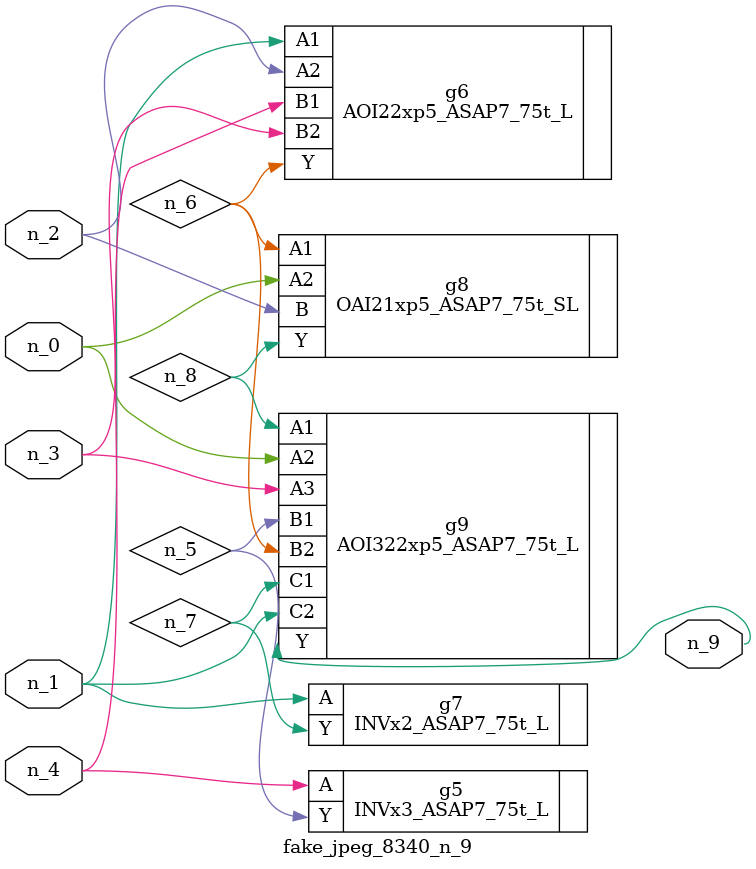
<source format=v>
module fake_jpeg_8340_n_9 (n_3, n_2, n_1, n_0, n_4, n_9);

input n_3;
input n_2;
input n_1;
input n_0;
input n_4;

output n_9;

wire n_8;
wire n_6;
wire n_5;
wire n_7;

INVx3_ASAP7_75t_L g5 ( 
.A(n_4),
.Y(n_5)
);

AOI22xp5_ASAP7_75t_L g6 ( 
.A1(n_1),
.A2(n_2),
.B1(n_4),
.B2(n_3),
.Y(n_6)
);

INVx2_ASAP7_75t_L g7 ( 
.A(n_1),
.Y(n_7)
);

OAI21xp5_ASAP7_75t_SL g8 ( 
.A1(n_6),
.A2(n_0),
.B(n_2),
.Y(n_8)
);

AOI322xp5_ASAP7_75t_L g9 ( 
.A1(n_8),
.A2(n_0),
.A3(n_3),
.B1(n_5),
.B2(n_6),
.C1(n_7),
.C2(n_1),
.Y(n_9)
);


endmodule
</source>
